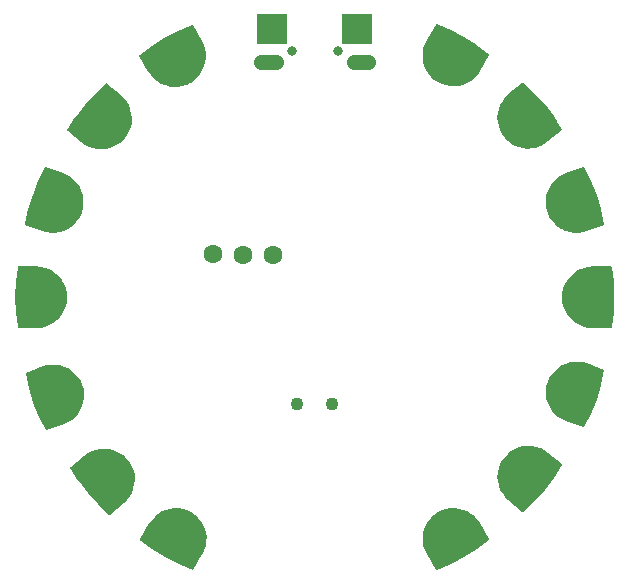
<source format=gbr>
G04 EAGLE Gerber RS-274X export*
G75*
%MOMM*%
%FSLAX34Y34*%
%LPD*%
%INSoldermask Bottom*%
%IPPOS*%
%AMOC8*
5,1,8,0,0,1.08239X$1,22.5*%
G01*
%ADD10C,0.800000*%
%ADD11R,2.513000X2.513000*%
%ADD12C,1.300000*%
%ADD13C,4.316000*%
%ADD14C,1.100000*%
%ADD15C,1.600000*%

G36*
X227376Y-110221D02*
X227376Y-110221D01*
X227400Y-110223D01*
X227485Y-110200D01*
X227572Y-110184D01*
X227593Y-110172D01*
X227617Y-110165D01*
X227689Y-110114D01*
X227765Y-110069D01*
X227780Y-110050D01*
X227800Y-110036D01*
X227884Y-109919D01*
X227905Y-109894D01*
X227906Y-109889D01*
X227910Y-109884D01*
X233802Y-98565D01*
X233810Y-98542D01*
X233826Y-98515D01*
X238709Y-86726D01*
X238714Y-86702D01*
X238728Y-86674D01*
X242565Y-74504D01*
X242568Y-74479D01*
X242579Y-74450D01*
X245341Y-61992D01*
X245342Y-61968D01*
X245350Y-61944D01*
X245347Y-61856D01*
X245350Y-61768D01*
X245343Y-61745D01*
X245342Y-61720D01*
X245308Y-61638D01*
X245281Y-61555D01*
X245266Y-61535D01*
X245256Y-61513D01*
X245196Y-61448D01*
X245141Y-61379D01*
X245120Y-61366D01*
X245104Y-61348D01*
X244977Y-61280D01*
X244949Y-61263D01*
X244944Y-61262D01*
X244939Y-61259D01*
X230618Y-56046D01*
X230598Y-56043D01*
X230575Y-56032D01*
X227090Y-55039D01*
X227052Y-55035D01*
X227001Y-55020D01*
X223410Y-54533D01*
X223372Y-54535D01*
X223320Y-54527D01*
X219696Y-54556D01*
X219658Y-54563D01*
X219606Y-54563D01*
X216023Y-55108D01*
X215987Y-55120D01*
X215934Y-55128D01*
X212465Y-56176D01*
X212431Y-56193D01*
X212381Y-56208D01*
X209096Y-57740D01*
X209065Y-57762D01*
X209017Y-57784D01*
X205984Y-59767D01*
X205957Y-59794D01*
X205912Y-59822D01*
X203192Y-62217D01*
X203169Y-62247D01*
X203129Y-62282D01*
X200777Y-65039D01*
X200758Y-65072D01*
X200724Y-65112D01*
X198789Y-68176D01*
X198774Y-68212D01*
X198746Y-68256D01*
X197267Y-71564D01*
X197258Y-71601D01*
X197236Y-71649D01*
X196242Y-75135D01*
X196239Y-75173D01*
X196224Y-75223D01*
X195737Y-78814D01*
X195738Y-78852D01*
X195731Y-78905D01*
X195760Y-82529D01*
X195767Y-82566D01*
X195767Y-82619D01*
X196311Y-86202D01*
X196322Y-86234D01*
X196323Y-86254D01*
X196327Y-86266D01*
X196331Y-86290D01*
X197379Y-89759D01*
X197397Y-89793D01*
X197412Y-89844D01*
X198943Y-93128D01*
X198965Y-93159D01*
X198987Y-93207D01*
X200971Y-96240D01*
X200997Y-96268D01*
X201025Y-96312D01*
X203420Y-99032D01*
X203450Y-99056D01*
X203485Y-99096D01*
X206242Y-101447D01*
X206275Y-101466D01*
X206315Y-101501D01*
X209380Y-103436D01*
X209415Y-103450D01*
X209459Y-103478D01*
X212768Y-104958D01*
X212787Y-104963D01*
X212810Y-104975D01*
X227131Y-110187D01*
X227155Y-110191D01*
X227177Y-110202D01*
X227264Y-110210D01*
X227352Y-110225D01*
X227376Y-110221D01*
G37*
G36*
X-219696Y54556D02*
X-219696Y54556D01*
X-219658Y54563D01*
X-219606Y54563D01*
X-216023Y55108D01*
X-215987Y55120D01*
X-215934Y55128D01*
X-212465Y56176D01*
X-212431Y56193D01*
X-212381Y56208D01*
X-209096Y57740D01*
X-209065Y57762D01*
X-209017Y57784D01*
X-205984Y59767D01*
X-205957Y59794D01*
X-205912Y59822D01*
X-203192Y62217D01*
X-203169Y62247D01*
X-203129Y62282D01*
X-200777Y65039D01*
X-200758Y65072D01*
X-200724Y65112D01*
X-198789Y68176D01*
X-198774Y68212D01*
X-198746Y68256D01*
X-197267Y71564D01*
X-197258Y71601D01*
X-197236Y71649D01*
X-196242Y75135D01*
X-196239Y75173D01*
X-196224Y75223D01*
X-195737Y78814D01*
X-195738Y78852D01*
X-195731Y78905D01*
X-195760Y82529D01*
X-195767Y82566D01*
X-195767Y82619D01*
X-196311Y86202D01*
X-196323Y86238D01*
X-196331Y86290D01*
X-197379Y89759D01*
X-197397Y89793D01*
X-197412Y89844D01*
X-198943Y93128D01*
X-198965Y93159D01*
X-198987Y93207D01*
X-200971Y96240D01*
X-200997Y96268D01*
X-201025Y96312D01*
X-203420Y99032D01*
X-203450Y99056D01*
X-203485Y99096D01*
X-206242Y101447D01*
X-206275Y101466D01*
X-206315Y101501D01*
X-209380Y103436D01*
X-209415Y103450D01*
X-209459Y103478D01*
X-212768Y104958D01*
X-212787Y104963D01*
X-212810Y104975D01*
X-227131Y110187D01*
X-227155Y110191D01*
X-227177Y110202D01*
X-227264Y110210D01*
X-227352Y110225D01*
X-227376Y110221D01*
X-227400Y110223D01*
X-227485Y110200D01*
X-227572Y110184D01*
X-227593Y110172D01*
X-227617Y110165D01*
X-227689Y110114D01*
X-227765Y110069D01*
X-227780Y110050D01*
X-227800Y110036D01*
X-227884Y109919D01*
X-227905Y109894D01*
X-227906Y109889D01*
X-227910Y109884D01*
X-233802Y98565D01*
X-233810Y98542D01*
X-233826Y98515D01*
X-238709Y86726D01*
X-238714Y86702D01*
X-238728Y86674D01*
X-242565Y74504D01*
X-242568Y74479D01*
X-242579Y74450D01*
X-245341Y61992D01*
X-245342Y61968D01*
X-245350Y61944D01*
X-245347Y61856D01*
X-245350Y61768D01*
X-245343Y61745D01*
X-245342Y61720D01*
X-245308Y61638D01*
X-245281Y61555D01*
X-245266Y61535D01*
X-245256Y61513D01*
X-245196Y61448D01*
X-245141Y61379D01*
X-245120Y61366D01*
X-245104Y61348D01*
X-244977Y61280D01*
X-244949Y61263D01*
X-244944Y61262D01*
X-244939Y61259D01*
X-230618Y56046D01*
X-230598Y56043D01*
X-230575Y56032D01*
X-227090Y55039D01*
X-227052Y55035D01*
X-227001Y55020D01*
X-223410Y54533D01*
X-223372Y54535D01*
X-223320Y54527D01*
X-219696Y54556D01*
G37*
G36*
X-226704Y-112761D02*
X-226704Y-112761D01*
X-226679Y-112765D01*
X-226538Y-112736D01*
X-226506Y-112731D01*
X-226502Y-112728D01*
X-226496Y-112727D01*
X-212175Y-107515D01*
X-212157Y-107505D01*
X-212133Y-107498D01*
X-208824Y-106018D01*
X-208793Y-105997D01*
X-208745Y-105976D01*
X-205680Y-104041D01*
X-205652Y-104015D01*
X-205607Y-103987D01*
X-202850Y-101636D01*
X-202826Y-101606D01*
X-202785Y-101572D01*
X-200390Y-98852D01*
X-200371Y-98820D01*
X-200336Y-98780D01*
X-198352Y-95747D01*
X-198337Y-95712D01*
X-198308Y-95668D01*
X-196777Y-92384D01*
X-196767Y-92347D01*
X-196744Y-92299D01*
X-195696Y-88830D01*
X-195691Y-88792D01*
X-195676Y-88742D01*
X-195132Y-85159D01*
X-195133Y-85121D01*
X-195125Y-85069D01*
X-195096Y-81445D01*
X-195102Y-81407D01*
X-195102Y-81354D01*
X-195589Y-77763D01*
X-195592Y-77753D01*
X-195592Y-77751D01*
X-195595Y-77744D01*
X-195601Y-77727D01*
X-195607Y-77675D01*
X-196601Y-74189D01*
X-196617Y-74155D01*
X-196632Y-74104D01*
X-198111Y-70796D01*
X-198132Y-70764D01*
X-198154Y-70716D01*
X-200089Y-67652D01*
X-200114Y-67624D01*
X-200142Y-67579D01*
X-202494Y-64822D01*
X-202523Y-64797D01*
X-202557Y-64757D01*
X-205277Y-62362D01*
X-205310Y-62342D01*
X-205349Y-62307D01*
X-208382Y-60324D01*
X-208418Y-60309D01*
X-208461Y-60280D01*
X-211746Y-58748D01*
X-211783Y-58739D01*
X-211830Y-58716D01*
X-213380Y-58248D01*
X-215299Y-57668D01*
X-215337Y-57663D01*
X-215388Y-57648D01*
X-218971Y-57103D01*
X-219009Y-57104D01*
X-219061Y-57096D01*
X-222685Y-57067D01*
X-222722Y-57074D01*
X-222775Y-57073D01*
X-226366Y-57560D01*
X-226403Y-57572D01*
X-226455Y-57579D01*
X-229940Y-58572D01*
X-229958Y-58581D01*
X-229983Y-58586D01*
X-244304Y-63799D01*
X-244325Y-63811D01*
X-244349Y-63817D01*
X-244421Y-63867D01*
X-244498Y-63912D01*
X-244514Y-63930D01*
X-244534Y-63944D01*
X-244584Y-64017D01*
X-244640Y-64085D01*
X-244648Y-64108D01*
X-244663Y-64128D01*
X-244685Y-64214D01*
X-244714Y-64297D01*
X-244713Y-64321D01*
X-244719Y-64345D01*
X-244709Y-64489D01*
X-244709Y-64521D01*
X-244707Y-64526D01*
X-244706Y-64532D01*
X-241944Y-76990D01*
X-241935Y-77013D01*
X-241930Y-77044D01*
X-238093Y-89214D01*
X-238082Y-89235D01*
X-238074Y-89266D01*
X-233191Y-101055D01*
X-233177Y-101076D01*
X-233167Y-101105D01*
X-227275Y-112424D01*
X-227260Y-112443D01*
X-227251Y-112466D01*
X-227192Y-112532D01*
X-227138Y-112602D01*
X-227117Y-112614D01*
X-227101Y-112633D01*
X-227022Y-112674D01*
X-226948Y-112720D01*
X-226924Y-112725D01*
X-226902Y-112736D01*
X-226814Y-112748D01*
X-226728Y-112765D01*
X-226704Y-112761D01*
G37*
G36*
X223357Y54534D02*
X223357Y54534D01*
X223410Y54533D01*
X227001Y55020D01*
X227038Y55032D01*
X227090Y55039D01*
X230575Y56032D01*
X230593Y56041D01*
X230618Y56046D01*
X244939Y61259D01*
X244960Y61271D01*
X244984Y61277D01*
X245056Y61327D01*
X245133Y61372D01*
X245149Y61390D01*
X245169Y61404D01*
X245219Y61477D01*
X245275Y61545D01*
X245283Y61568D01*
X245298Y61588D01*
X245320Y61674D01*
X245349Y61757D01*
X245348Y61781D01*
X245354Y61805D01*
X245344Y61949D01*
X245344Y61981D01*
X245342Y61986D01*
X245341Y61992D01*
X242579Y74450D01*
X242570Y74473D01*
X242565Y74504D01*
X238728Y86674D01*
X238717Y86695D01*
X238709Y86726D01*
X233826Y98515D01*
X233812Y98536D01*
X233802Y98565D01*
X227910Y109884D01*
X227895Y109903D01*
X227886Y109926D01*
X227827Y109992D01*
X227773Y110062D01*
X227752Y110074D01*
X227736Y110093D01*
X227657Y110134D01*
X227583Y110180D01*
X227559Y110185D01*
X227537Y110196D01*
X227449Y110208D01*
X227363Y110225D01*
X227339Y110221D01*
X227314Y110225D01*
X227173Y110196D01*
X227141Y110191D01*
X227137Y110188D01*
X227131Y110187D01*
X212810Y104975D01*
X212792Y104965D01*
X212768Y104958D01*
X209459Y103478D01*
X209428Y103457D01*
X209380Y103436D01*
X206315Y101501D01*
X206287Y101475D01*
X206242Y101447D01*
X203485Y99096D01*
X203461Y99066D01*
X203420Y99032D01*
X201025Y96312D01*
X201006Y96280D01*
X200971Y96240D01*
X198987Y93207D01*
X198972Y93172D01*
X198943Y93128D01*
X197412Y89844D01*
X197402Y89807D01*
X197379Y89759D01*
X196331Y86290D01*
X196326Y86252D01*
X196311Y86202D01*
X195767Y82619D01*
X195768Y82581D01*
X195760Y82529D01*
X195731Y78905D01*
X195737Y78867D01*
X195737Y78814D01*
X196224Y75223D01*
X196236Y75187D01*
X196242Y75135D01*
X197236Y71649D01*
X197252Y71615D01*
X197267Y71564D01*
X198746Y68256D01*
X198767Y68224D01*
X198789Y68176D01*
X200724Y65112D01*
X200749Y65084D01*
X200777Y65039D01*
X203129Y62282D01*
X203158Y62257D01*
X203192Y62217D01*
X205912Y59822D01*
X205945Y59802D01*
X205984Y59767D01*
X209017Y57784D01*
X209053Y57769D01*
X209096Y57740D01*
X212381Y56208D01*
X212418Y56199D01*
X212465Y56176D01*
X213631Y55824D01*
X215730Y55189D01*
X215934Y55128D01*
X215972Y55123D01*
X216023Y55108D01*
X219606Y54563D01*
X219644Y54564D01*
X219696Y54556D01*
X223320Y54527D01*
X223357Y54534D01*
G37*
G36*
X-180394Y125104D02*
X-180394Y125104D01*
X-180342Y125101D01*
X-176732Y125417D01*
X-176695Y125427D01*
X-176642Y125431D01*
X-173114Y126257D01*
X-173079Y126272D01*
X-173027Y126284D01*
X-169652Y127604D01*
X-169620Y127624D01*
X-169571Y127643D01*
X-166418Y129430D01*
X-166388Y129455D01*
X-166342Y129480D01*
X-163476Y131698D01*
X-163451Y131726D01*
X-163409Y131758D01*
X-160887Y134361D01*
X-160866Y134393D01*
X-160829Y134431D01*
X-158703Y137366D01*
X-158687Y137400D01*
X-158656Y137443D01*
X-156970Y140651D01*
X-156958Y140687D01*
X-156933Y140734D01*
X-155721Y144149D01*
X-155715Y144186D01*
X-155697Y144236D01*
X-154983Y147789D01*
X-154982Y147821D01*
X-154976Y147838D01*
X-154977Y147852D01*
X-154971Y147879D01*
X-154770Y151497D01*
X-154775Y151535D01*
X-154771Y151588D01*
X-155087Y155198D01*
X-155097Y155235D01*
X-155102Y155287D01*
X-155928Y158816D01*
X-155943Y158851D01*
X-155955Y158902D01*
X-157275Y162277D01*
X-157295Y162310D01*
X-157314Y162359D01*
X-159101Y165512D01*
X-159125Y165541D01*
X-159151Y165587D01*
X-161369Y168453D01*
X-161397Y168479D01*
X-161429Y168521D01*
X-164032Y171042D01*
X-164049Y171054D01*
X-164066Y171073D01*
X-175740Y180869D01*
X-175761Y180881D01*
X-175778Y180899D01*
X-175858Y180936D01*
X-175935Y180980D01*
X-175959Y180984D01*
X-175981Y180995D01*
X-176069Y181003D01*
X-176156Y181017D01*
X-176180Y181013D01*
X-176205Y181015D01*
X-176290Y180991D01*
X-176376Y180975D01*
X-176397Y180962D01*
X-176421Y180955D01*
X-176540Y180875D01*
X-176568Y180858D01*
X-176571Y180854D01*
X-176576Y180851D01*
X-185984Y172230D01*
X-185999Y172210D01*
X-186024Y172191D01*
X-194645Y162782D01*
X-194658Y162762D01*
X-194680Y162740D01*
X-202448Y152616D01*
X-202460Y152595D01*
X-202480Y152571D01*
X-209336Y141809D01*
X-209346Y141786D01*
X-209361Y141767D01*
X-209388Y141683D01*
X-209422Y141601D01*
X-209422Y141577D01*
X-209430Y141553D01*
X-209426Y141465D01*
X-209429Y141377D01*
X-209421Y141354D01*
X-209420Y141329D01*
X-209386Y141248D01*
X-209358Y141164D01*
X-209343Y141145D01*
X-209333Y141122D01*
X-209238Y141015D01*
X-209218Y140989D01*
X-209213Y140987D01*
X-209209Y140982D01*
X-197535Y131186D01*
X-197517Y131176D01*
X-197499Y131158D01*
X-194564Y129033D01*
X-194529Y129016D01*
X-194487Y128985D01*
X-191279Y127299D01*
X-191242Y127287D01*
X-191196Y127263D01*
X-187781Y126050D01*
X-187743Y126044D01*
X-187694Y126026D01*
X-184141Y125312D01*
X-184102Y125311D01*
X-184051Y125300D01*
X-180432Y125099D01*
X-180394Y125104D01*
G37*
G36*
X-173603Y-184188D02*
X-173603Y-184188D01*
X-173579Y-184192D01*
X-173493Y-184172D01*
X-173405Y-184159D01*
X-173384Y-184147D01*
X-173360Y-184142D01*
X-173237Y-184066D01*
X-173209Y-184051D01*
X-173205Y-184047D01*
X-173200Y-184044D01*
X-161526Y-174248D01*
X-161513Y-174232D01*
X-161492Y-174217D01*
X-158889Y-171696D01*
X-158867Y-171665D01*
X-158829Y-171628D01*
X-156611Y-168762D01*
X-156594Y-168728D01*
X-156561Y-168687D01*
X-154774Y-165534D01*
X-154761Y-165498D01*
X-154735Y-165452D01*
X-153415Y-162077D01*
X-153408Y-162040D01*
X-153388Y-161991D01*
X-152562Y-158462D01*
X-152560Y-158424D01*
X-152547Y-158373D01*
X-152231Y-154763D01*
X-152235Y-154725D01*
X-152230Y-154672D01*
X-152431Y-151054D01*
X-152440Y-151017D01*
X-152443Y-150964D01*
X-153157Y-147411D01*
X-153171Y-147375D01*
X-153181Y-147324D01*
X-154393Y-143909D01*
X-154412Y-143875D01*
X-154430Y-143826D01*
X-156116Y-140618D01*
X-156139Y-140588D01*
X-156163Y-140541D01*
X-158289Y-137606D01*
X-158316Y-137579D01*
X-158347Y-137536D01*
X-160869Y-134933D01*
X-160900Y-134911D01*
X-160936Y-134873D01*
X-163802Y-132655D01*
X-163836Y-132638D01*
X-163878Y-132605D01*
X-167031Y-130818D01*
X-167067Y-130806D01*
X-167112Y-130779D01*
X-170487Y-129459D01*
X-170525Y-129452D01*
X-170574Y-129432D01*
X-174102Y-128606D01*
X-174140Y-128604D01*
X-174192Y-128592D01*
X-177802Y-128276D01*
X-177840Y-128279D01*
X-177892Y-128274D01*
X-181511Y-128475D01*
X-181548Y-128484D01*
X-181601Y-128487D01*
X-185154Y-129201D01*
X-185189Y-129215D01*
X-185241Y-129225D01*
X-188656Y-130438D01*
X-188689Y-130456D01*
X-188739Y-130474D01*
X-191947Y-132160D01*
X-191977Y-132183D01*
X-192024Y-132208D01*
X-194959Y-134333D01*
X-194973Y-134348D01*
X-194995Y-134361D01*
X-206669Y-144157D01*
X-206685Y-144176D01*
X-206705Y-144190D01*
X-206756Y-144261D01*
X-206813Y-144329D01*
X-206821Y-144352D01*
X-206835Y-144372D01*
X-206858Y-144458D01*
X-206887Y-144541D01*
X-206887Y-144565D01*
X-206893Y-144589D01*
X-206885Y-144677D01*
X-206884Y-144765D01*
X-206875Y-144788D01*
X-206873Y-144812D01*
X-206814Y-144943D01*
X-206802Y-144974D01*
X-206799Y-144978D01*
X-206796Y-144984D01*
X-199940Y-155746D01*
X-199923Y-155764D01*
X-199908Y-155791D01*
X-192140Y-165915D01*
X-192122Y-165931D01*
X-192105Y-165957D01*
X-183484Y-175366D01*
X-183464Y-175380D01*
X-183444Y-175405D01*
X-174036Y-184026D01*
X-174016Y-184039D01*
X-173999Y-184057D01*
X-173921Y-184098D01*
X-173847Y-184146D01*
X-173823Y-184151D01*
X-173801Y-184162D01*
X-173714Y-184174D01*
X-173627Y-184192D01*
X-173603Y-184188D01*
G37*
G36*
X176180Y-181648D02*
X176180Y-181648D01*
X176205Y-181650D01*
X176290Y-181626D01*
X176376Y-181610D01*
X176397Y-181597D01*
X176421Y-181590D01*
X176540Y-181510D01*
X176568Y-181493D01*
X176571Y-181489D01*
X176576Y-181486D01*
X185984Y-172865D01*
X185999Y-172845D01*
X186024Y-172826D01*
X194645Y-163417D01*
X194658Y-163397D01*
X194680Y-163375D01*
X202448Y-153251D01*
X202460Y-153230D01*
X202480Y-153206D01*
X209336Y-142444D01*
X209346Y-142421D01*
X209361Y-142402D01*
X209388Y-142318D01*
X209422Y-142236D01*
X209422Y-142212D01*
X209430Y-142188D01*
X209426Y-142100D01*
X209429Y-142012D01*
X209421Y-141989D01*
X209420Y-141964D01*
X209386Y-141883D01*
X209358Y-141799D01*
X209343Y-141780D01*
X209333Y-141757D01*
X209238Y-141650D01*
X209218Y-141624D01*
X209213Y-141622D01*
X209209Y-141617D01*
X197535Y-131821D01*
X197517Y-131811D01*
X197499Y-131793D01*
X194564Y-129668D01*
X194529Y-129651D01*
X194487Y-129620D01*
X191279Y-127934D01*
X191242Y-127922D01*
X191196Y-127898D01*
X187781Y-126685D01*
X187743Y-126679D01*
X187694Y-126661D01*
X184141Y-125947D01*
X184102Y-125946D01*
X184051Y-125935D01*
X180432Y-125734D01*
X180394Y-125739D01*
X180342Y-125736D01*
X176732Y-126052D01*
X176695Y-126062D01*
X176642Y-126066D01*
X173114Y-126892D01*
X173079Y-126907D01*
X173027Y-126919D01*
X169652Y-128239D01*
X169620Y-128259D01*
X169571Y-128278D01*
X166418Y-130065D01*
X166388Y-130090D01*
X166342Y-130115D01*
X163476Y-132333D01*
X163451Y-132361D01*
X163409Y-132393D01*
X160887Y-134996D01*
X160866Y-135028D01*
X160829Y-135066D01*
X158703Y-138001D01*
X158687Y-138035D01*
X158656Y-138078D01*
X156970Y-141286D01*
X156958Y-141322D01*
X156933Y-141369D01*
X155721Y-144784D01*
X155715Y-144821D01*
X155697Y-144871D01*
X154983Y-148424D01*
X154982Y-148462D01*
X154971Y-148514D01*
X154770Y-152132D01*
X154775Y-152170D01*
X154771Y-152223D01*
X155087Y-155833D01*
X155097Y-155870D01*
X155102Y-155922D01*
X155928Y-159451D01*
X155943Y-159486D01*
X155955Y-159537D01*
X157275Y-162912D01*
X157295Y-162945D01*
X157314Y-162994D01*
X159101Y-166147D01*
X159125Y-166176D01*
X159151Y-166222D01*
X161369Y-169088D01*
X161397Y-169114D01*
X161429Y-169156D01*
X164032Y-171677D01*
X164049Y-171689D01*
X164066Y-171708D01*
X175740Y-181504D01*
X175761Y-181516D01*
X175778Y-181534D01*
X175858Y-181571D01*
X175935Y-181615D01*
X175959Y-181619D01*
X175981Y-181630D01*
X176069Y-181638D01*
X176156Y-181652D01*
X176180Y-181648D01*
G37*
G36*
X184051Y125935D02*
X184051Y125935D01*
X184088Y125944D01*
X184141Y125947D01*
X187694Y126661D01*
X187729Y126675D01*
X187781Y126685D01*
X191196Y127898D01*
X191229Y127916D01*
X191279Y127934D01*
X194487Y129620D01*
X194517Y129643D01*
X194564Y129668D01*
X197499Y131793D01*
X197513Y131808D01*
X197535Y131821D01*
X209209Y141617D01*
X209225Y141636D01*
X209245Y141650D01*
X209296Y141721D01*
X209353Y141789D01*
X209361Y141812D01*
X209375Y141832D01*
X209398Y141918D01*
X209427Y142001D01*
X209427Y142025D01*
X209433Y142049D01*
X209425Y142137D01*
X209424Y142225D01*
X209415Y142248D01*
X209413Y142272D01*
X209354Y142403D01*
X209342Y142434D01*
X209339Y142438D01*
X209336Y142444D01*
X209261Y142562D01*
X208857Y143196D01*
X208857Y143197D01*
X208453Y143831D01*
X208049Y144465D01*
X207645Y145099D01*
X207241Y145733D01*
X207241Y145734D01*
X207240Y145734D01*
X206836Y146368D01*
X206432Y147002D01*
X206028Y147636D01*
X205624Y148270D01*
X205624Y148271D01*
X205220Y148905D01*
X204816Y149539D01*
X202480Y153206D01*
X202463Y153224D01*
X202448Y153251D01*
X194680Y163375D01*
X194662Y163391D01*
X194645Y163417D01*
X186024Y172826D01*
X186004Y172840D01*
X185984Y172865D01*
X176576Y181486D01*
X176556Y181499D01*
X176539Y181517D01*
X176461Y181558D01*
X176387Y181606D01*
X176363Y181611D01*
X176341Y181622D01*
X176254Y181634D01*
X176167Y181652D01*
X176143Y181648D01*
X176119Y181652D01*
X176033Y181632D01*
X175945Y181619D01*
X175924Y181607D01*
X175900Y181602D01*
X175777Y181526D01*
X175749Y181511D01*
X175745Y181507D01*
X175740Y181504D01*
X164066Y171708D01*
X164053Y171692D01*
X164032Y171677D01*
X161429Y169156D01*
X161407Y169125D01*
X161369Y169088D01*
X159151Y166222D01*
X159134Y166188D01*
X159101Y166147D01*
X157314Y162994D01*
X157301Y162958D01*
X157275Y162912D01*
X155955Y159537D01*
X155948Y159500D01*
X155928Y159451D01*
X155102Y155922D01*
X155100Y155884D01*
X155087Y155833D01*
X154771Y152223D01*
X154775Y152185D01*
X154770Y152132D01*
X154971Y148514D01*
X154980Y148477D01*
X154983Y148424D01*
X155697Y144871D01*
X155711Y144835D01*
X155721Y144784D01*
X156933Y141369D01*
X156952Y141335D01*
X156970Y141286D01*
X158656Y138078D01*
X158679Y138048D01*
X158703Y138001D01*
X160829Y135066D01*
X160856Y135039D01*
X160887Y134996D01*
X163409Y132393D01*
X163440Y132371D01*
X163476Y132333D01*
X166342Y130115D01*
X166376Y130098D01*
X166418Y130065D01*
X169571Y128278D01*
X169607Y128266D01*
X169652Y128239D01*
X173027Y126919D01*
X173065Y126912D01*
X173114Y126892D01*
X176642Y126066D01*
X176680Y126064D01*
X176732Y126052D01*
X180342Y125736D01*
X180380Y125739D01*
X180432Y125734D01*
X184051Y125935D01*
G37*
G36*
X103134Y-231077D02*
X103134Y-231077D01*
X103159Y-231079D01*
X103299Y-231044D01*
X103330Y-231037D01*
X103335Y-231035D01*
X103341Y-231033D01*
X115130Y-226150D01*
X115151Y-226137D01*
X115180Y-226126D01*
X126499Y-220234D01*
X126518Y-220219D01*
X126547Y-220207D01*
X137309Y-213350D01*
X137327Y-213334D01*
X137354Y-213319D01*
X147478Y-205550D01*
X147495Y-205532D01*
X147515Y-205519D01*
X147570Y-205450D01*
X147629Y-205384D01*
X147638Y-205362D01*
X147653Y-205342D01*
X147680Y-205259D01*
X147713Y-205176D01*
X147714Y-205152D01*
X147721Y-205129D01*
X147717Y-205040D01*
X147719Y-204952D01*
X147711Y-204929D01*
X147710Y-204904D01*
X147657Y-204771D01*
X147647Y-204740D01*
X147644Y-204736D01*
X147641Y-204730D01*
X140021Y-191532D01*
X140008Y-191516D01*
X139997Y-191493D01*
X137966Y-188492D01*
X137939Y-188465D01*
X137910Y-188421D01*
X135472Y-185740D01*
X135442Y-185716D01*
X135407Y-185677D01*
X132612Y-183370D01*
X132579Y-183351D01*
X132539Y-183317D01*
X129444Y-181431D01*
X129408Y-181417D01*
X129364Y-181390D01*
X126032Y-179963D01*
X125995Y-179954D01*
X125947Y-179933D01*
X122446Y-178995D01*
X122408Y-178992D01*
X122357Y-178978D01*
X118759Y-178548D01*
X118721Y-178550D01*
X118668Y-178544D01*
X115045Y-178630D01*
X115008Y-178638D01*
X114955Y-178639D01*
X111382Y-179239D01*
X111346Y-179252D01*
X111294Y-179261D01*
X107842Y-180364D01*
X107815Y-180378D01*
X107799Y-180381D01*
X107785Y-180389D01*
X107758Y-180398D01*
X104498Y-181981D01*
X104467Y-182004D01*
X104420Y-182027D01*
X101418Y-184058D01*
X101391Y-184085D01*
X101347Y-184114D01*
X98666Y-186552D01*
X98642Y-186582D01*
X98603Y-186617D01*
X96296Y-189412D01*
X96277Y-189445D01*
X96243Y-189485D01*
X94357Y-192580D01*
X94343Y-192615D01*
X94316Y-192660D01*
X92889Y-195992D01*
X92880Y-196029D01*
X92859Y-196077D01*
X91921Y-199578D01*
X91918Y-199616D01*
X91904Y-199667D01*
X91474Y-203265D01*
X91476Y-203303D01*
X91470Y-203355D01*
X91556Y-206978D01*
X91564Y-207016D01*
X91565Y-207069D01*
X92166Y-210642D01*
X92178Y-210678D01*
X92187Y-210730D01*
X93290Y-214182D01*
X93308Y-214216D01*
X93324Y-214266D01*
X94907Y-217526D01*
X94919Y-217542D01*
X94929Y-217566D01*
X102549Y-230764D01*
X102564Y-230783D01*
X102574Y-230805D01*
X102636Y-230868D01*
X102693Y-230936D01*
X102715Y-230948D01*
X102732Y-230965D01*
X102812Y-231003D01*
X102889Y-231046D01*
X102913Y-231050D01*
X102935Y-231060D01*
X103023Y-231067D01*
X103110Y-231081D01*
X103134Y-231077D01*
G37*
G36*
X-235565Y-26031D02*
X-235565Y-26031D01*
X-235540Y-26033D01*
X-231925Y-25774D01*
X-231888Y-25765D01*
X-231835Y-25761D01*
X-228294Y-24991D01*
X-228259Y-24976D01*
X-228207Y-24965D01*
X-224812Y-23699D01*
X-224779Y-23679D01*
X-224730Y-23661D01*
X-221549Y-21925D01*
X-221519Y-21901D01*
X-221473Y-21876D01*
X-218571Y-19704D01*
X-218545Y-19676D01*
X-218503Y-19645D01*
X-215941Y-17082D01*
X-215919Y-17051D01*
X-215881Y-17014D01*
X-213709Y-14112D01*
X-213692Y-14078D01*
X-213661Y-14036D01*
X-211924Y-10856D01*
X-211912Y-10819D01*
X-211886Y-10773D01*
X-210620Y-7378D01*
X-210613Y-7340D01*
X-210594Y-7291D01*
X-209824Y-3750D01*
X-209822Y-3712D01*
X-209811Y-3660D01*
X-209552Y-45D01*
X-209556Y-7D01*
X-209552Y45D01*
X-209811Y3660D01*
X-209820Y3697D01*
X-209824Y3750D01*
X-210594Y7291D01*
X-210609Y7326D01*
X-210620Y7378D01*
X-211886Y10773D01*
X-211906Y10806D01*
X-211924Y10856D01*
X-213661Y14036D01*
X-213684Y14066D01*
X-213709Y14112D01*
X-215881Y17014D01*
X-215909Y17040D01*
X-215941Y17082D01*
X-218503Y19645D01*
X-218534Y19666D01*
X-218571Y19704D01*
X-221473Y21876D01*
X-221507Y21893D01*
X-221549Y21925D01*
X-224730Y23661D01*
X-224766Y23673D01*
X-224812Y23699D01*
X-228207Y24965D01*
X-228245Y24972D01*
X-228294Y24991D01*
X-231835Y25761D01*
X-231873Y25763D01*
X-231925Y25774D01*
X-235540Y26033D01*
X-235560Y26031D01*
X-235585Y26034D01*
X-250825Y26034D01*
X-250849Y26030D01*
X-250873Y26032D01*
X-250959Y26010D01*
X-251046Y25995D01*
X-251067Y25982D01*
X-251091Y25976D01*
X-251163Y25925D01*
X-251239Y25880D01*
X-251254Y25862D01*
X-251275Y25847D01*
X-251325Y25775D01*
X-251380Y25706D01*
X-251388Y25683D01*
X-251402Y25663D01*
X-251442Y25525D01*
X-251452Y25494D01*
X-251452Y25489D01*
X-251454Y25483D01*
X-253119Y12831D01*
X-253118Y12807D01*
X-253124Y12776D01*
X-253681Y28D01*
X-253678Y3D01*
X-253681Y-28D01*
X-253124Y-12776D01*
X-253119Y-12800D01*
X-253119Y-12831D01*
X-251454Y-25483D01*
X-251446Y-25506D01*
X-251446Y-25531D01*
X-251413Y-25612D01*
X-251386Y-25697D01*
X-251371Y-25716D01*
X-251361Y-25738D01*
X-251302Y-25804D01*
X-251247Y-25873D01*
X-251227Y-25886D01*
X-251210Y-25904D01*
X-251131Y-25944D01*
X-251056Y-25991D01*
X-251032Y-25995D01*
X-251010Y-26007D01*
X-250868Y-26028D01*
X-250836Y-26034D01*
X-250831Y-26033D01*
X-250825Y-26034D01*
X-235585Y-26034D01*
X-235565Y-26031D01*
G37*
G36*
X250849Y-26030D02*
X250849Y-26030D01*
X250873Y-26032D01*
X250959Y-26010D01*
X251046Y-25995D01*
X251067Y-25982D01*
X251091Y-25976D01*
X251163Y-25925D01*
X251239Y-25880D01*
X251254Y-25862D01*
X251275Y-25847D01*
X251325Y-25775D01*
X251380Y-25706D01*
X251388Y-25683D01*
X251402Y-25663D01*
X251442Y-25525D01*
X251452Y-25494D01*
X251452Y-25489D01*
X251454Y-25483D01*
X253119Y-12831D01*
X253118Y-12811D01*
X253119Y-12809D01*
X253119Y-12803D01*
X253124Y-12776D01*
X253681Y-28D01*
X253678Y-3D01*
X253681Y28D01*
X253124Y12776D01*
X253119Y12800D01*
X253119Y12831D01*
X251454Y25483D01*
X251446Y25506D01*
X251446Y25531D01*
X251413Y25612D01*
X251386Y25697D01*
X251371Y25716D01*
X251361Y25738D01*
X251302Y25804D01*
X251247Y25873D01*
X251227Y25886D01*
X251210Y25904D01*
X251131Y25944D01*
X251056Y25991D01*
X251032Y25995D01*
X251010Y26007D01*
X250868Y26028D01*
X250836Y26034D01*
X250831Y26033D01*
X250825Y26034D01*
X235585Y26034D01*
X235565Y26031D01*
X235540Y26033D01*
X231925Y25774D01*
X231888Y25765D01*
X231835Y25761D01*
X228294Y24991D01*
X228259Y24976D01*
X228207Y24965D01*
X225704Y24032D01*
X224812Y23699D01*
X224779Y23679D01*
X224730Y23661D01*
X221549Y21925D01*
X221519Y21901D01*
X221473Y21876D01*
X218571Y19704D01*
X218545Y19676D01*
X218503Y19645D01*
X215941Y17082D01*
X215919Y17051D01*
X215881Y17014D01*
X213709Y14112D01*
X213692Y14078D01*
X213661Y14036D01*
X211924Y10856D01*
X211912Y10819D01*
X211886Y10773D01*
X210620Y7378D01*
X210613Y7340D01*
X210594Y7291D01*
X209824Y3750D01*
X209822Y3712D01*
X209811Y3660D01*
X209552Y45D01*
X209556Y7D01*
X209552Y-45D01*
X209811Y-3660D01*
X209820Y-3697D01*
X209824Y-3750D01*
X210594Y-7291D01*
X210609Y-7326D01*
X210620Y-7378D01*
X211886Y-10773D01*
X211906Y-10806D01*
X211924Y-10856D01*
X213661Y-14036D01*
X213684Y-14066D01*
X213709Y-14112D01*
X215881Y-17014D01*
X215909Y-17040D01*
X215941Y-17082D01*
X218503Y-19645D01*
X218534Y-19666D01*
X218571Y-19704D01*
X221473Y-21876D01*
X221507Y-21893D01*
X221549Y-21925D01*
X224730Y-23661D01*
X224766Y-23673D01*
X224812Y-23699D01*
X228207Y-24965D01*
X228245Y-24972D01*
X228294Y-24991D01*
X231835Y-25761D01*
X231873Y-25763D01*
X231925Y-25774D01*
X235540Y-26033D01*
X235560Y-26031D01*
X235585Y-26034D01*
X250825Y-26034D01*
X250849Y-26030D01*
G37*
G36*
X-115680Y177995D02*
X-115680Y177995D01*
X-115643Y178003D01*
X-115590Y178004D01*
X-112017Y178604D01*
X-111981Y178617D01*
X-111929Y178626D01*
X-108477Y179729D01*
X-108443Y179747D01*
X-108393Y179763D01*
X-105133Y181346D01*
X-105102Y181369D01*
X-105055Y181392D01*
X-102053Y183423D01*
X-102026Y183450D01*
X-101982Y183479D01*
X-99301Y185917D01*
X-99277Y185947D01*
X-99238Y185982D01*
X-96931Y188777D01*
X-96912Y188810D01*
X-96878Y188850D01*
X-94992Y191945D01*
X-94978Y191980D01*
X-94951Y192025D01*
X-93524Y195357D01*
X-93515Y195394D01*
X-93494Y195442D01*
X-92556Y198943D01*
X-92553Y198981D01*
X-92539Y199032D01*
X-92109Y202630D01*
X-92111Y202668D01*
X-92105Y202720D01*
X-92191Y206343D01*
X-92199Y206381D01*
X-92200Y206434D01*
X-92801Y210007D01*
X-92813Y210043D01*
X-92822Y210095D01*
X-93925Y213547D01*
X-93943Y213581D01*
X-93959Y213631D01*
X-95542Y216891D01*
X-95554Y216907D01*
X-95564Y216931D01*
X-103184Y230129D01*
X-103199Y230148D01*
X-103209Y230170D01*
X-103271Y230233D01*
X-103328Y230301D01*
X-103350Y230313D01*
X-103367Y230330D01*
X-103447Y230368D01*
X-103524Y230411D01*
X-103548Y230415D01*
X-103570Y230425D01*
X-103658Y230432D01*
X-103745Y230446D01*
X-103769Y230442D01*
X-103794Y230444D01*
X-103934Y230409D01*
X-103965Y230402D01*
X-103970Y230400D01*
X-103976Y230398D01*
X-115765Y225515D01*
X-115786Y225502D01*
X-115815Y225491D01*
X-127134Y219599D01*
X-127153Y219584D01*
X-127182Y219572D01*
X-137944Y212715D01*
X-137962Y212699D01*
X-137989Y212684D01*
X-148113Y204915D01*
X-148130Y204897D01*
X-148150Y204884D01*
X-148205Y204815D01*
X-148264Y204749D01*
X-148273Y204727D01*
X-148288Y204707D01*
X-148315Y204624D01*
X-148348Y204541D01*
X-148349Y204517D01*
X-148356Y204494D01*
X-148352Y204405D01*
X-148354Y204317D01*
X-148346Y204294D01*
X-148345Y204269D01*
X-148292Y204136D01*
X-148282Y204105D01*
X-148279Y204101D01*
X-148276Y204095D01*
X-140656Y190897D01*
X-140653Y190893D01*
X-140651Y190889D01*
X-140642Y190879D01*
X-140632Y190858D01*
X-138601Y187857D01*
X-138574Y187830D01*
X-138545Y187786D01*
X-136107Y185105D01*
X-136077Y185081D01*
X-136042Y185042D01*
X-133247Y182735D01*
X-133214Y182716D01*
X-133174Y182682D01*
X-130079Y180796D01*
X-130043Y180782D01*
X-129999Y180755D01*
X-126667Y179328D01*
X-126630Y179319D01*
X-126582Y179298D01*
X-123081Y178360D01*
X-123043Y178357D01*
X-122992Y178343D01*
X-119394Y177913D01*
X-119356Y177915D01*
X-119303Y177909D01*
X-115680Y177995D01*
G37*
G36*
X118706Y178550D02*
X118706Y178550D01*
X118759Y178548D01*
X122357Y178978D01*
X122394Y178989D01*
X122446Y178995D01*
X125947Y179933D01*
X125981Y179950D01*
X126032Y179963D01*
X129364Y181390D01*
X129395Y181410D01*
X129444Y181431D01*
X132539Y183317D01*
X132567Y183342D01*
X132612Y183370D01*
X135407Y185677D01*
X135432Y185706D01*
X135472Y185740D01*
X137910Y188421D01*
X137930Y188453D01*
X137966Y188492D01*
X139997Y191493D01*
X140005Y191512D01*
X140021Y191532D01*
X147641Y204730D01*
X147650Y204753D01*
X147664Y204773D01*
X147687Y204858D01*
X147717Y204941D01*
X147717Y204966D01*
X147724Y204989D01*
X147716Y205077D01*
X147715Y205166D01*
X147706Y205188D01*
X147704Y205213D01*
X147667Y205293D01*
X147635Y205375D01*
X147619Y205393D01*
X147608Y205416D01*
X147509Y205519D01*
X147487Y205544D01*
X147482Y205546D01*
X147478Y205550D01*
X147301Y205686D01*
X146475Y206320D01*
X145648Y206954D01*
X145648Y206955D01*
X144822Y207589D01*
X143995Y208223D01*
X143169Y208857D01*
X143168Y208857D01*
X142342Y209491D01*
X142342Y209492D01*
X141516Y210126D01*
X141515Y210126D01*
X140689Y210760D01*
X139862Y211394D01*
X139036Y212028D01*
X139036Y212029D01*
X138209Y212663D01*
X137383Y213297D01*
X137382Y213297D01*
X137354Y213319D01*
X137333Y213330D01*
X137309Y213350D01*
X126547Y220207D01*
X126524Y220216D01*
X126499Y220234D01*
X115180Y226126D01*
X115157Y226134D01*
X115130Y226150D01*
X103341Y231033D01*
X103317Y231038D01*
X103295Y231050D01*
X103208Y231062D01*
X103121Y231081D01*
X103097Y231078D01*
X103073Y231081D01*
X102987Y231062D01*
X102899Y231050D01*
X102878Y231038D01*
X102854Y231033D01*
X102780Y230985D01*
X102702Y230943D01*
X102686Y230924D01*
X102665Y230911D01*
X102576Y230799D01*
X102554Y230774D01*
X102553Y230769D01*
X102549Y230764D01*
X94929Y217566D01*
X94922Y217548D01*
X94915Y217539D01*
X94913Y217534D01*
X94907Y217526D01*
X93324Y214266D01*
X93314Y214230D01*
X93290Y214182D01*
X92187Y210730D01*
X92182Y210693D01*
X92166Y210642D01*
X91565Y207069D01*
X91565Y207030D01*
X91556Y206978D01*
X91470Y203355D01*
X91476Y203318D01*
X91474Y203265D01*
X91904Y199667D01*
X91915Y199630D01*
X91921Y199578D01*
X92859Y196077D01*
X92876Y196043D01*
X92889Y195992D01*
X94316Y192660D01*
X94337Y192628D01*
X94357Y192580D01*
X96243Y189485D01*
X96268Y189457D01*
X96296Y189412D01*
X98603Y186617D01*
X98632Y186592D01*
X98666Y186552D01*
X101347Y184114D01*
X101379Y184094D01*
X101418Y184058D01*
X104420Y182027D01*
X104454Y182011D01*
X104498Y181981D01*
X107758Y180398D01*
X107794Y180388D01*
X107842Y180364D01*
X111294Y179261D01*
X111331Y179256D01*
X111382Y179239D01*
X114955Y178639D01*
X114994Y178639D01*
X115045Y178630D01*
X118668Y178544D01*
X118706Y178550D01*
G37*
G36*
X-103097Y-231078D02*
X-103097Y-231078D01*
X-103073Y-231081D01*
X-102987Y-231062D01*
X-102899Y-231050D01*
X-102878Y-231038D01*
X-102854Y-231033D01*
X-102780Y-230985D01*
X-102702Y-230943D01*
X-102686Y-230924D01*
X-102665Y-230911D01*
X-102576Y-230799D01*
X-102554Y-230774D01*
X-102553Y-230769D01*
X-102549Y-230764D01*
X-94929Y-217566D01*
X-94922Y-217547D01*
X-94907Y-217526D01*
X-93324Y-214266D01*
X-93314Y-214230D01*
X-93290Y-214182D01*
X-92187Y-210730D01*
X-92182Y-210693D01*
X-92166Y-210642D01*
X-91565Y-207069D01*
X-91565Y-207030D01*
X-91556Y-206978D01*
X-91470Y-203355D01*
X-91476Y-203318D01*
X-91474Y-203265D01*
X-91904Y-199667D01*
X-91915Y-199630D01*
X-91921Y-199578D01*
X-92859Y-196077D01*
X-92876Y-196043D01*
X-92889Y-195992D01*
X-94316Y-192660D01*
X-94337Y-192628D01*
X-94357Y-192580D01*
X-96243Y-189485D01*
X-96268Y-189457D01*
X-96296Y-189412D01*
X-98603Y-186617D01*
X-98632Y-186592D01*
X-98666Y-186552D01*
X-101347Y-184114D01*
X-101379Y-184094D01*
X-101418Y-184058D01*
X-104420Y-182027D01*
X-104454Y-182011D01*
X-104498Y-181981D01*
X-107758Y-180398D01*
X-107794Y-180388D01*
X-107842Y-180364D01*
X-111294Y-179261D01*
X-111331Y-179256D01*
X-111382Y-179239D01*
X-114955Y-178639D01*
X-114994Y-178639D01*
X-115045Y-178630D01*
X-118668Y-178544D01*
X-118706Y-178550D01*
X-118759Y-178548D01*
X-122357Y-178978D01*
X-122394Y-178989D01*
X-122446Y-178995D01*
X-125947Y-179933D01*
X-125981Y-179950D01*
X-126032Y-179963D01*
X-129364Y-181390D01*
X-129395Y-181410D01*
X-129444Y-181431D01*
X-132539Y-183317D01*
X-132567Y-183342D01*
X-132612Y-183370D01*
X-135407Y-185677D01*
X-135432Y-185706D01*
X-135472Y-185740D01*
X-137910Y-188421D01*
X-137930Y-188453D01*
X-137966Y-188492D01*
X-139997Y-191493D01*
X-140005Y-191512D01*
X-140021Y-191532D01*
X-147641Y-204730D01*
X-147650Y-204753D01*
X-147664Y-204773D01*
X-147687Y-204858D01*
X-147717Y-204941D01*
X-147717Y-204966D01*
X-147724Y-204989D01*
X-147716Y-205077D01*
X-147715Y-205166D01*
X-147706Y-205188D01*
X-147704Y-205213D01*
X-147667Y-205293D01*
X-147635Y-205375D01*
X-147619Y-205393D01*
X-147608Y-205416D01*
X-147509Y-205519D01*
X-147487Y-205544D01*
X-147482Y-205546D01*
X-147478Y-205550D01*
X-147438Y-205581D01*
X-146611Y-206215D01*
X-146611Y-206216D01*
X-145785Y-206850D01*
X-144958Y-207484D01*
X-144132Y-208118D01*
X-143305Y-208752D01*
X-143305Y-208753D01*
X-142479Y-209387D01*
X-142478Y-209387D01*
X-141652Y-210021D01*
X-140825Y-210655D01*
X-139999Y-211289D01*
X-139999Y-211290D01*
X-139172Y-211924D01*
X-138346Y-212558D01*
X-137519Y-213192D01*
X-137354Y-213319D01*
X-137333Y-213330D01*
X-137309Y-213350D01*
X-126547Y-220207D01*
X-126524Y-220216D01*
X-126499Y-220234D01*
X-115180Y-226126D01*
X-115157Y-226134D01*
X-115130Y-226150D01*
X-103341Y-231033D01*
X-103317Y-231038D01*
X-103295Y-231050D01*
X-103208Y-231062D01*
X-103121Y-231081D01*
X-103097Y-231078D01*
G37*
D10*
X19500Y208280D03*
X-19500Y208280D03*
D11*
X-36000Y227280D03*
X36000Y227280D03*
D12*
X33000Y199280D02*
X45000Y199280D01*
X-33000Y199280D02*
X-45000Y199280D01*
D13*
X115570Y201249D03*
X115570Y-201249D03*
X-177882Y148680D03*
X-175342Y-151855D03*
X-217499Y-81747D03*
X-218134Y79207D03*
X177882Y149315D03*
X218134Y79207D03*
X218134Y-79207D03*
X177882Y-149315D03*
X-116205Y200614D03*
X-115570Y-201249D03*
X-231775Y0D03*
X231775Y0D03*
D14*
X15000Y-90170D03*
X-15000Y-90170D03*
D15*
X-35052Y35560D03*
X-60960Y35560D03*
X-86360Y36830D03*
M02*

</source>
